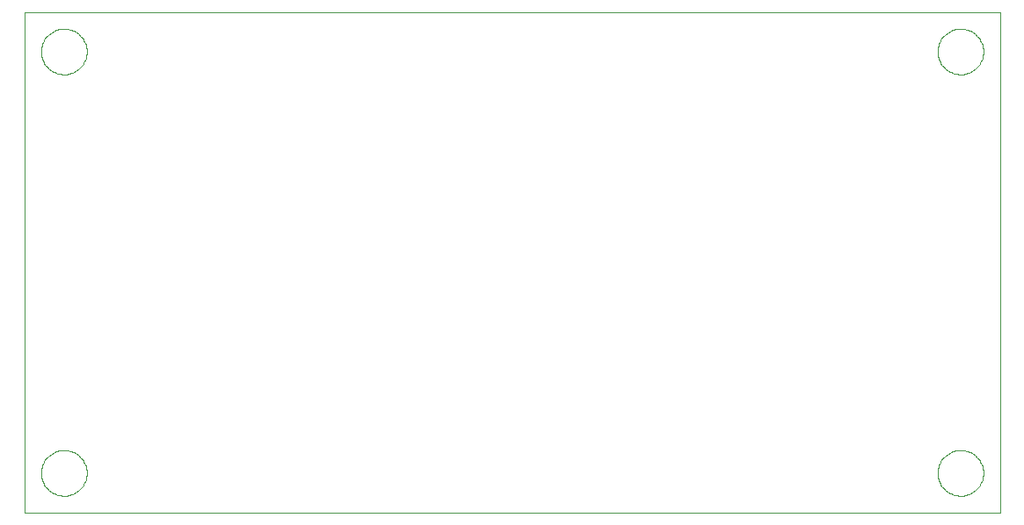
<source format=gko>
G75*
G70*
%OFA0B0*%
%FSLAX24Y24*%
%IPPOS*%
%LPD*%
%AMOC8*
5,1,8,0,0,1.08239X$1,22.5*
%
%ADD10C,0.0000*%
D10*
X047008Y000668D02*
X047008Y019668D01*
X084008Y019668D01*
X084000Y000668D01*
X047008Y000668D01*
X047642Y002168D02*
X047644Y002226D01*
X047650Y002285D01*
X047660Y002342D01*
X047673Y002399D01*
X047691Y002455D01*
X047712Y002510D01*
X047737Y002562D01*
X047765Y002614D01*
X047797Y002663D01*
X047832Y002710D01*
X047870Y002754D01*
X047911Y002796D01*
X047955Y002835D01*
X048001Y002870D01*
X048050Y002903D01*
X048101Y002932D01*
X048153Y002958D01*
X048207Y002980D01*
X048263Y002999D01*
X048319Y003013D01*
X048377Y003024D01*
X048435Y003031D01*
X048493Y003034D01*
X048552Y003033D01*
X048610Y003028D01*
X048668Y003019D01*
X048725Y003006D01*
X048781Y002990D01*
X048836Y002969D01*
X048889Y002945D01*
X048941Y002918D01*
X048991Y002887D01*
X049038Y002853D01*
X049083Y002815D01*
X049126Y002775D01*
X049165Y002732D01*
X049202Y002686D01*
X049235Y002638D01*
X049265Y002588D01*
X049292Y002536D01*
X049315Y002482D01*
X049334Y002427D01*
X049350Y002371D01*
X049362Y002314D01*
X049370Y002256D01*
X049374Y002197D01*
X049374Y002139D01*
X049370Y002080D01*
X049362Y002022D01*
X049350Y001965D01*
X049334Y001909D01*
X049315Y001854D01*
X049292Y001800D01*
X049265Y001748D01*
X049235Y001698D01*
X049202Y001650D01*
X049165Y001604D01*
X049126Y001561D01*
X049083Y001521D01*
X049038Y001483D01*
X048991Y001449D01*
X048941Y001418D01*
X048889Y001391D01*
X048836Y001367D01*
X048781Y001346D01*
X048725Y001330D01*
X048668Y001317D01*
X048610Y001308D01*
X048552Y001303D01*
X048493Y001302D01*
X048435Y001305D01*
X048377Y001312D01*
X048319Y001323D01*
X048263Y001337D01*
X048207Y001356D01*
X048153Y001378D01*
X048101Y001404D01*
X048050Y001433D01*
X048001Y001466D01*
X047955Y001501D01*
X047911Y001540D01*
X047870Y001582D01*
X047832Y001626D01*
X047797Y001673D01*
X047765Y001722D01*
X047737Y001774D01*
X047712Y001826D01*
X047691Y001881D01*
X047673Y001937D01*
X047660Y001994D01*
X047650Y002051D01*
X047644Y002110D01*
X047642Y002168D01*
X081642Y002168D02*
X081644Y002226D01*
X081650Y002285D01*
X081660Y002342D01*
X081673Y002399D01*
X081691Y002455D01*
X081712Y002510D01*
X081737Y002562D01*
X081765Y002614D01*
X081797Y002663D01*
X081832Y002710D01*
X081870Y002754D01*
X081911Y002796D01*
X081955Y002835D01*
X082001Y002870D01*
X082050Y002903D01*
X082101Y002932D01*
X082153Y002958D01*
X082207Y002980D01*
X082263Y002999D01*
X082319Y003013D01*
X082377Y003024D01*
X082435Y003031D01*
X082493Y003034D01*
X082552Y003033D01*
X082610Y003028D01*
X082668Y003019D01*
X082725Y003006D01*
X082781Y002990D01*
X082836Y002969D01*
X082889Y002945D01*
X082941Y002918D01*
X082991Y002887D01*
X083038Y002853D01*
X083083Y002815D01*
X083126Y002775D01*
X083165Y002732D01*
X083202Y002686D01*
X083235Y002638D01*
X083265Y002588D01*
X083292Y002536D01*
X083315Y002482D01*
X083334Y002427D01*
X083350Y002371D01*
X083362Y002314D01*
X083370Y002256D01*
X083374Y002197D01*
X083374Y002139D01*
X083370Y002080D01*
X083362Y002022D01*
X083350Y001965D01*
X083334Y001909D01*
X083315Y001854D01*
X083292Y001800D01*
X083265Y001748D01*
X083235Y001698D01*
X083202Y001650D01*
X083165Y001604D01*
X083126Y001561D01*
X083083Y001521D01*
X083038Y001483D01*
X082991Y001449D01*
X082941Y001418D01*
X082889Y001391D01*
X082836Y001367D01*
X082781Y001346D01*
X082725Y001330D01*
X082668Y001317D01*
X082610Y001308D01*
X082552Y001303D01*
X082493Y001302D01*
X082435Y001305D01*
X082377Y001312D01*
X082319Y001323D01*
X082263Y001337D01*
X082207Y001356D01*
X082153Y001378D01*
X082101Y001404D01*
X082050Y001433D01*
X082001Y001466D01*
X081955Y001501D01*
X081911Y001540D01*
X081870Y001582D01*
X081832Y001626D01*
X081797Y001673D01*
X081765Y001722D01*
X081737Y001774D01*
X081712Y001826D01*
X081691Y001881D01*
X081673Y001937D01*
X081660Y001994D01*
X081650Y002051D01*
X081644Y002110D01*
X081642Y002168D01*
X081642Y018168D02*
X081644Y018226D01*
X081650Y018285D01*
X081660Y018342D01*
X081673Y018399D01*
X081691Y018455D01*
X081712Y018510D01*
X081737Y018562D01*
X081765Y018614D01*
X081797Y018663D01*
X081832Y018710D01*
X081870Y018754D01*
X081911Y018796D01*
X081955Y018835D01*
X082001Y018870D01*
X082050Y018903D01*
X082101Y018932D01*
X082153Y018958D01*
X082207Y018980D01*
X082263Y018999D01*
X082319Y019013D01*
X082377Y019024D01*
X082435Y019031D01*
X082493Y019034D01*
X082552Y019033D01*
X082610Y019028D01*
X082668Y019019D01*
X082725Y019006D01*
X082781Y018990D01*
X082836Y018969D01*
X082889Y018945D01*
X082941Y018918D01*
X082991Y018887D01*
X083038Y018853D01*
X083083Y018815D01*
X083126Y018775D01*
X083165Y018732D01*
X083202Y018686D01*
X083235Y018638D01*
X083265Y018588D01*
X083292Y018536D01*
X083315Y018482D01*
X083334Y018427D01*
X083350Y018371D01*
X083362Y018314D01*
X083370Y018256D01*
X083374Y018197D01*
X083374Y018139D01*
X083370Y018080D01*
X083362Y018022D01*
X083350Y017965D01*
X083334Y017909D01*
X083315Y017854D01*
X083292Y017800D01*
X083265Y017748D01*
X083235Y017698D01*
X083202Y017650D01*
X083165Y017604D01*
X083126Y017561D01*
X083083Y017521D01*
X083038Y017483D01*
X082991Y017449D01*
X082941Y017418D01*
X082889Y017391D01*
X082836Y017367D01*
X082781Y017346D01*
X082725Y017330D01*
X082668Y017317D01*
X082610Y017308D01*
X082552Y017303D01*
X082493Y017302D01*
X082435Y017305D01*
X082377Y017312D01*
X082319Y017323D01*
X082263Y017337D01*
X082207Y017356D01*
X082153Y017378D01*
X082101Y017404D01*
X082050Y017433D01*
X082001Y017466D01*
X081955Y017501D01*
X081911Y017540D01*
X081870Y017582D01*
X081832Y017626D01*
X081797Y017673D01*
X081765Y017722D01*
X081737Y017774D01*
X081712Y017826D01*
X081691Y017881D01*
X081673Y017937D01*
X081660Y017994D01*
X081650Y018051D01*
X081644Y018110D01*
X081642Y018168D01*
X047642Y018168D02*
X047644Y018226D01*
X047650Y018285D01*
X047660Y018342D01*
X047673Y018399D01*
X047691Y018455D01*
X047712Y018510D01*
X047737Y018562D01*
X047765Y018614D01*
X047797Y018663D01*
X047832Y018710D01*
X047870Y018754D01*
X047911Y018796D01*
X047955Y018835D01*
X048001Y018870D01*
X048050Y018903D01*
X048101Y018932D01*
X048153Y018958D01*
X048207Y018980D01*
X048263Y018999D01*
X048319Y019013D01*
X048377Y019024D01*
X048435Y019031D01*
X048493Y019034D01*
X048552Y019033D01*
X048610Y019028D01*
X048668Y019019D01*
X048725Y019006D01*
X048781Y018990D01*
X048836Y018969D01*
X048889Y018945D01*
X048941Y018918D01*
X048991Y018887D01*
X049038Y018853D01*
X049083Y018815D01*
X049126Y018775D01*
X049165Y018732D01*
X049202Y018686D01*
X049235Y018638D01*
X049265Y018588D01*
X049292Y018536D01*
X049315Y018482D01*
X049334Y018427D01*
X049350Y018371D01*
X049362Y018314D01*
X049370Y018256D01*
X049374Y018197D01*
X049374Y018139D01*
X049370Y018080D01*
X049362Y018022D01*
X049350Y017965D01*
X049334Y017909D01*
X049315Y017854D01*
X049292Y017800D01*
X049265Y017748D01*
X049235Y017698D01*
X049202Y017650D01*
X049165Y017604D01*
X049126Y017561D01*
X049083Y017521D01*
X049038Y017483D01*
X048991Y017449D01*
X048941Y017418D01*
X048889Y017391D01*
X048836Y017367D01*
X048781Y017346D01*
X048725Y017330D01*
X048668Y017317D01*
X048610Y017308D01*
X048552Y017303D01*
X048493Y017302D01*
X048435Y017305D01*
X048377Y017312D01*
X048319Y017323D01*
X048263Y017337D01*
X048207Y017356D01*
X048153Y017378D01*
X048101Y017404D01*
X048050Y017433D01*
X048001Y017466D01*
X047955Y017501D01*
X047911Y017540D01*
X047870Y017582D01*
X047832Y017626D01*
X047797Y017673D01*
X047765Y017722D01*
X047737Y017774D01*
X047712Y017826D01*
X047691Y017881D01*
X047673Y017937D01*
X047660Y017994D01*
X047650Y018051D01*
X047644Y018110D01*
X047642Y018168D01*
M02*

</source>
